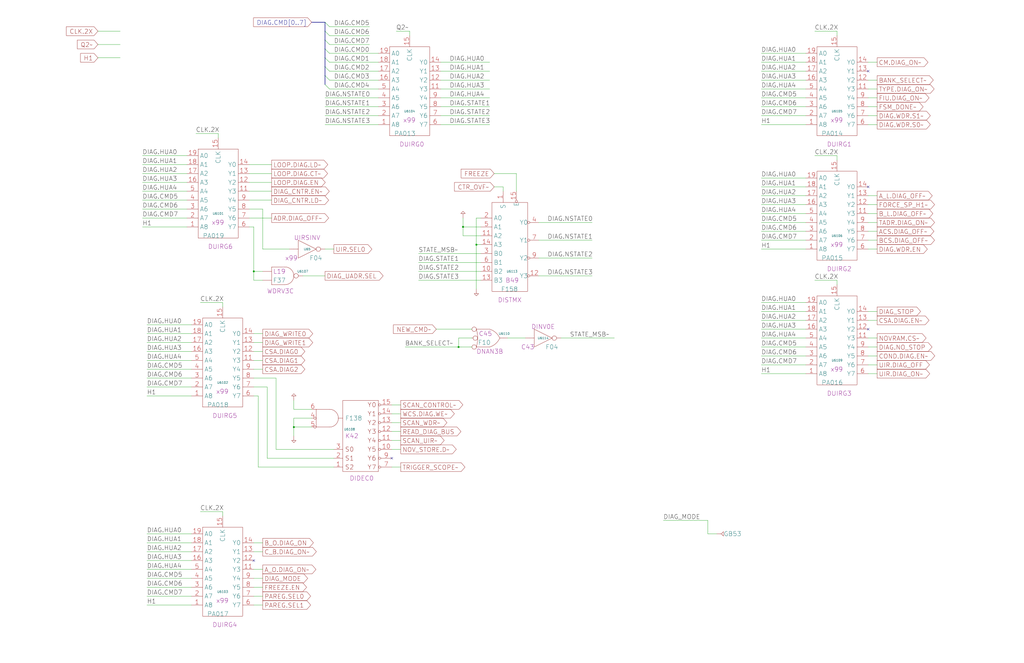
<source format=kicad_sch>
(kicad_sch (version 20230121) (generator eeschema)
  (paper "User" 584.2 378.46)
  (title_block (title "DIAGNOSTIC PROCESSOR\\nFINITE STATE MACHINE") (date "15-MAR-90") (rev "1.0") (comment 1 "TYPE") (comment 2 "232-003062") (comment 3 "S400") (comment 4 "RELEASED"))
  (lib_symbols
    (symbol "r1000:F04" (pin_numbers hide) (pin_names hide)
      (property "Reference" "U" (at 0 0 0))
      (property "Value" "F04" (at 1.27 -5.08 0))
      (property "Location" "___" (at -12.7 -5.08 0))
      (property "Name" "______" (at 0 5.08 0))
      (symbol "F04_0_1"
        (polyline (pts (xy -7.62 0) (xy -5.08 0)) (stroke (width 0.1524)))
        (polyline (pts (xy -5.08 5.08) (xy -5.08 -5.08)) (stroke (width 0.1524)))
        (polyline (pts (xy 5.08 0) (xy -5.08 -5.08)) (stroke (width 0.1524)))
        (polyline (pts (xy 5.08 0) (xy -5.08 5.08)) (stroke (width 0.1524)))
        (circle (center 6.35 0) (radius 1.27) (stroke (width 0.1524)))
      )
      (symbol "F04_1_1"
        (pin input line (at -10.16 0 0) (length 2.54) (name "D0") (number "1"))
        (pin output line (at 10.16 0 180) (length 2.54) (name "Q") (number "2"))
      )
    )
    (symbol "r1000:F10" (pin_numbers hide) (pin_names hide)
      (property "Reference" "U" (at 13.335 0 0))
      (property "Value" "F10" (at 5.715 -5.08 0))
      (property "Location" "___" (at -1.27 0 0))
      (property "Name" "______" (at -2.54 -10.16 0))
      (symbol "F10_0_1"
        (polyline (pts (xy -2.54 -7.62) (xy 5.08 -7.62)) (stroke (width 0.1524)))
        (polyline (pts (xy -2.54 2.54) (xy 5.08 2.54)) (stroke (width 0.1524)))
        (polyline (pts (xy -2.54 3.81) (xy -2.54 -8.89)) (stroke (width 0.1524)))
        (arc (start 5.08 -7.62) (mid 10.1282 -2.54) (end 5.08 2.54) (stroke (width 0.1524)))
        (circle (center 11.43 -2.54) (radius 1.27) (stroke (width 0.1524)))
      )
      (symbol "F10_0_2"
        (circle (center -3.81 -7.62) (radius 1.27) (stroke (width 0.1524)))
        (circle (center -3.81 2.54) (radius 1.27) (stroke (width 0.1524)))
        (circle (center -3.175 -2.54) (radius 1.27) (stroke (width 0.1524)))
        (arc (start -2.54 -7.62) (mid -1.8195 -2.54) (end -2.54 2.54) (stroke (width 0.1524)))
        (polyline (pts (xy -4.445 -2.54) (xy -5.08 -2.54)) (stroke (width 0.1524)))
        (polyline (pts (xy -2.54 -7.62) (xy 5.08 -7.62)) (stroke (width 0.1524)))
        (polyline (pts (xy -2.54 2.54) (xy 5.08 2.54)) (stroke (width 0.1524)))
        (polyline (pts (xy 10.795 -2.54) (xy 12.7 -2.54)) (stroke (width 0.1524)))
        (arc (start 5.08 -7.62) (mid 8.4845 -5.6954) (end 10.795 -2.54) (stroke (width 0.1524)))
        (arc (start 10.795 -2.54) (mid 8.4807 0.6111) (end 5.08 2.54) (stroke (width 0.1524)))
      )
      (symbol "F10_1_1"
        (pin input line (at -5.08 2.54 0) (length 2.54) (name "D0") (number "1"))
        (pin input line (at -5.08 -2.54 0) (length 2.54) (name "D1") (number "2"))
        (pin input line (at -5.08 -7.62 0) (length 2.54) (name "D2") (number "3"))
        (pin output line (at 15.24 -2.54 180) (length 2.54) (name "Q") (number "4"))
      )
      (symbol "F10_1_2"
        (pin input line (at -5.08 2.54 0) (length 0) (name "D0") (number "1"))
        (pin input line (at -5.08 -2.54 0) (length 0) (name "D1") (number "2"))
        (pin input line (at -5.08 -7.62 0) (length 0) (name "D2") (number "3"))
        (pin output line (at 15.24 -2.54 180) (length 2.54) (name "Q") (number "4"))
      )
    )
    (symbol "r1000:F138" (pin_names (offset 1.016) hide)
      (property "Reference" "U" (at 1.27 3.81 0))
      (property "Value" "F138" (at -1.27 10.16 0))
      (property "Location" "___" (at -1.27 0 0))
      (property "Name" "______" (at 8.255 -24.13 0))
      (symbol "F138_0_0"
        (arc (start -10.16 5.08) (mid -6.5679 6.5679) (end -5.08 10.16) (stroke (width 0.1524)))
        (arc (start -5.08 10.16) (mid -6.5679 13.7521) (end -10.16 15.24) (stroke (width 0.1524)))
        (polyline (pts (xy -17.78 5.08) (xy -10.16 5.08)) (stroke (width 0.1524)))
        (polyline (pts (xy -17.78 15.24) (xy -10.16 15.24)) (stroke (width 0.1524)))
      )
      (symbol "F138_0_1"
        (circle (center -18.415 5.08) (radius 0.635) (stroke (width 0.1524)))
        (circle (center -18.415 10.16) (radius 0.635) (stroke (width 0.1524)))
        (rectangle (start -2.54 20.32) (end 17.78 -20.32) (stroke (width 0.1524)))
        (polyline (pts (xy -19.05 15.24) (xy -17.78 15.24)) (stroke (width 0.1524)))
        (polyline (pts (xy -17.78 15.24) (xy -17.78 5.08)) (stroke (width 0.1524)))
        (polyline (pts (xy -2.54 10.16) (xy -5.08 10.16)) (stroke (width 0.1524)))
      )
      (symbol "F138_1_1"
        (circle (center 18.415 -17.78) (radius 0.635))
        (circle (center 18.415 -12.7) (radius 0.635))
        (circle (center 18.415 -7.62) (radius 0.635))
        (circle (center 18.415 -2.54) (radius 0.635))
        (circle (center 18.415 2.54) (radius 0.635))
        (circle (center 18.415 7.62) (radius 0.635))
        (circle (center 18.415 12.7) (radius 0.635))
        (circle (center 18.415 17.78) (radius 0.635))
        (text "0" (at 2.54 -7.62 0) (effects (font (size 2.54 2.54))))
        (text "0" (at 15.24 17.78 0) (effects (font (size 2.54 2.54))))
        (text "1" (at 2.54 -12.7 0) (effects (font (size 2.54 2.54))))
        (text "1" (at 15.24 12.7 0) (effects (font (size 2.54 2.54))))
        (text "2" (at 2.54 -17.78 0) (effects (font (size 2.54 2.54))))
        (text "2" (at 15.24 7.62 0) (effects (font (size 2.54 2.54))))
        (text "3" (at 15.24 2.54 0) (effects (font (size 2.54 2.54))))
        (text "4" (at 15.24 -2.54 0) (effects (font (size 2.54 2.54))))
        (text "5" (at 15.24 -7.62 0) (effects (font (size 2.54 2.54))))
        (text "6" (at 15.24 -12.7 0) (effects (font (size 2.54 2.54))))
        (text "7" (at 15.24 -17.78 0) (effects (font (size 2.54 2.54))))
        (text "S" (at 0 -17.78 0) (effects (font (size 2.54 2.54))))
        (text "S" (at 0 -12.7 0) (effects (font (size 2.54 2.54))))
        (text "S" (at 0 -7.62 0) (effects (font (size 2.54 2.54))))
        (text "Y" (at 12.7 -17.78 0) (effects (font (size 2.54 2.54))))
        (text "Y" (at 12.7 -12.7 0) (effects (font (size 2.54 2.54))))
        (text "Y" (at 12.7 -7.62 0) (effects (font (size 2.54 2.54))))
        (text "Y" (at 12.7 -2.54 0) (effects (font (size 2.54 2.54))))
        (text "Y" (at 12.7 2.54 0) (effects (font (size 2.54 2.54))))
        (text "Y" (at 12.7 7.62 0) (effects (font (size 2.54 2.54))))
        (text "Y" (at 12.7 12.7 0) (effects (font (size 2.54 2.54))))
        (text "Y" (at 12.7 17.78 0) (effects (font (size 2.54 2.54))))
        (pin input line (at -7.62 -17.78 0) (length 5.08) (name "S2") (number "1"))
        (pin output line (at 25.4 -7.62 180) (length 6.35) (name "Y5_") (number "10"))
        (pin output line (at 25.4 -2.54 180) (length 6.35) (name "Y4_") (number "11"))
        (pin output line (at 25.4 2.54 180) (length 6.35) (name "Y3_") (number "12"))
        (pin output line (at 25.4 7.62 180) (length 6.35) (name "Y2_") (number "13"))
        (pin output line (at 25.4 12.7 180) (length 6.35) (name "Y1_") (number "14"))
        (pin output line (at 25.4 17.78 180) (length 6.35) (name "Y0_") (number "15"))
        (pin input line (at -7.62 -12.7 0) (length 5.08) (name "S1") (number "2"))
        (pin input line (at -7.62 -7.62 0) (length 5.08) (name "S0") (number "3"))
        (pin input line (at -20.32 10.16 0) (length 1.27) (name "D1") (number "4"))
        (pin input line (at -20.32 5.08 0) (length 1.27) (name "D2") (number "5"))
        (pin input line (at -20.32 15.24 0) (length 1.27) (name "D0") (number "6"))
        (pin output line (at 25.4 -17.78 180) (length 6.35) (name "Y7_") (number "7"))
        (pin output line (at 25.4 -12.7 180) (length 6.35) (name "Y6_") (number "9"))
      )
    )
    (symbol "r1000:F158" (pin_names (offset 1.016))
      (property "Reference" "U" (at 2.54 5.08 0))
      (property "Value" "F158" (at -3.81 -5.08 0))
      (property "Location" "___" (at -1.27 0 0))
      (property "Name" "______" (at 1.27 -12.7 0))
      (symbol "F158_1_1"
        (rectangle (start -8.89 44.45) (end 11.43 -6.35))
        (circle (center 5.08 45.085) (radius 0.635))
        (circle (center 12.065 2.54) (radius 0.635))
        (circle (center 12.065 12.7) (radius 0.635))
        (circle (center 12.065 22.86) (radius 0.635))
        (circle (center 12.065 33.02) (radius 0.635))
        (pin input line (at -2.54 50.8 270) (length 6.35) (name "S") (number "1"))
        (pin input line (at -15.24 5.08 0) (length 6.35) (name "B2") (number "10"))
        (pin input line (at -15.24 25.4 0) (length 6.35) (name "A2") (number "11"))
        (pin output line (at 17.78 2.54 180) (length 5.08) (name "Y3") (number "12"))
        (pin input line (at -15.24 0 0) (length 6.35) (name "B3") (number "13"))
        (pin input line (at -15.24 20.32 0) (length 6.35) (name "A3") (number "14"))
        (pin input line (at 5.08 50.8 270) (length 5.08) (name "E") (number "15"))
        (pin input line (at -15.24 35.56 0) (length 6.35) (name "A0") (number "2"))
        (pin input line (at -15.24 15.24 0) (length 6.35) (name "B0") (number "3"))
        (pin output line (at 17.78 33.02 180) (length 5.08) (name "Y0") (number "4"))
        (pin input line (at -15.24 30.48 0) (length 6.35) (name "A1") (number "5"))
        (pin input line (at -15.24 10.16 0) (length 6.35) (name "B1") (number "6"))
        (pin output line (at 17.78 22.86 180) (length 5.08) (name "Y1") (number "7"))
        (pin output line (at 17.78 12.7 180) (length 5.08) (name "Y2") (number "9"))
      )
    )
    (symbol "r1000:F37" (pin_numbers hide) (pin_names (offset 0) hide)
      (property "Reference" "U" (at 15.24 0 0))
      (property "Value" "F37" (at 1.905 -5.08 0))
      (property "Location" "___" (at 1.905 0 0))
      (property "Name" "______" (at 2.54 -12.7 0))
      (symbol "F37_0_1"
        (polyline (pts (xy -2.54 -7.62) (xy 5.08 -7.62)) (stroke (width 0.1524)))
        (polyline (pts (xy -2.54 2.54) (xy -2.54 -7.62)) (stroke (width 0.1524)))
        (polyline (pts (xy -2.54 2.54) (xy 5.08 2.54)) (stroke (width 0.1524)))
        (arc (start 5.08 -7.62) (mid 10.1282 -2.54) (end 5.08 2.54) (stroke (width 0.1524)))
        (circle (center 11.43 -2.54) (radius 1.27) (stroke (width 0.1524)))
      )
      (symbol "F37_0_2"
        (circle (center -3.81 -5.08) (radius 1.27) (stroke (width 0.1524)))
        (circle (center -3.81 0) (radius 1.27) (stroke (width 0.1524)))
        (arc (start -3.175 -7.62) (mid -2.134 -2.54) (end -3.175 2.54) (stroke (width 0.1524)))
        (polyline (pts (xy -3.175 -7.62) (xy 3.81 -7.62)) (stroke (width 0.1524)))
        (polyline (pts (xy -3.175 2.54) (xy 3.81 2.54)) (stroke (width 0.1524)))
        (arc (start 3.81 -7.62) (mid 7.5855 -5.8306) (end 10.16 -2.54) (stroke (width 0.1524)))
        (arc (start 10.16 -2.54) (mid 7.5827 0.7471) (end 3.81 2.54) (stroke (width 0.1524)))
      )
      (symbol "F37_1_1"
        (pin input line (at -7.62 0 0) (length 5.08) (name "D0") (number "1"))
        (pin input line (at -7.62 -5.08 0) (length 5.08) (name "D1") (number "2"))
        (pin output line (at 15.24 -2.54 180) (length 2.54) (name "Q") (number "3"))
      )
      (symbol "F37_1_2"
        (pin input line (at -7.62 0 0) (length 2.54) (name "D0") (number "1"))
        (pin input line (at -7.62 -5.08 0) (length 2.54) (name "D1") (number "2"))
        (pin output line (at 15.24 -2.54 180) (length 5.08) (name "Q") (number "3"))
      )
    )
    (symbol "r1000:GB" (pin_numbers hide) (pin_names (offset 0) hide)
      (property "Reference" "GB" (at 3.81 0 0))
      (symbol "GB_0_1"
        (polyline (pts (xy 2.54 0) (xy 3.81 1.27) (xy 3.81 -1.27) (xy 2.54 0)) (stroke (width 0.1524)))
      )
      (symbol "GB_1_1"
        (pin bidirectional line (at 0 0 0) (length 2.54) (name "") (number "1"))
      )
    )
    (symbol "r1000:PD" (power) (pin_numbers hide) (pin_names hide) (in_bom no)
      (symbol "PD_0_1"
        (polyline (pts (xy 0 -2.54) (xy 1.27 -2.54) (xy 0 -3.81) (xy -1.27 -2.54) (xy 0 -2.54)) (stroke (width 0.1524)))
      )
      (symbol "PD_1_1"
        (pin power_in line (at 0 0 270) (length 2.54) (name "PD") (number "1"))
      )
    )
    (symbol "r1000:PU" (power) (pin_numbers hide) (pin_names hide)
      (symbol "PU_0_1"
        (polyline (pts (xy 0 2.54) (xy -1.27 2.54) (xy 0 3.81) (xy 1.27 2.54) (xy 0 2.54)) (stroke (width 0.1524)))
      )
      (symbol "PU_1_1"
        (pin power_in line (at 0 0 90) (length 2.54) (name "PU") (number "1"))
      )
    )
    (symbol "r1000:XPAXXXL" (pin_names (offset 1.016))
      (property "Reference" "U" (at 2.54 5.08 0))
      (property "Value" "XPAXXXL" (at -6.35 -7.62 0))
      (property "Location" "___" (at -1.27 0 0))
      (property "Name" "______" (at 3.81 -15.24 0))
      (symbol "XPAXXXL_1_1"
        (rectangle (start -8.89 41.91) (end 13.97 -8.89))
        (pin input line (at -15.24 -2.54 0) (length 6.35) (name "A8") (number "1"))
        (pin output line (at 20.32 17.78 180) (length 6.35) (name "Y3") (number "11"))
        (pin output line (at 20.32 22.86 180) (length 6.35) (name "Y2") (number "12"))
        (pin output line (at 20.32 27.94 180) (length 6.35) (name "Y1") (number "13"))
        (pin output line (at 20.32 33.02 180) (length 6.35) (name "Y0") (number "14"))
        (pin input line (at 2.54 48.26 270) (length 6.35) (name "CLK") (number "15"))
        (pin input line (at -15.24 22.86 0) (length 6.35) (name "A3") (number "16"))
        (pin input line (at -15.24 27.94 0) (length 6.35) (name "A2") (number "17"))
        (pin input line (at -15.24 33.02 0) (length 6.35) (name "A1") (number "18"))
        (pin input line (at -15.24 38.1 0) (length 6.35) (name "A0") (number "19"))
        (pin input line (at -15.24 2.54 0) (length 6.35) (name "A7") (number "2"))
        (pin input line (at -15.24 7.62 0) (length 6.35) (name "A6") (number "3"))
        (pin input line (at -15.24 12.7 0) (length 6.35) (name "A5") (number "4"))
        (pin input line (at -15.24 17.78 0) (length 6.35) (name "A4") (number "5"))
        (pin output line (at 20.32 -2.54 180) (length 6.35) (name "Y7") (number "6"))
        (pin output line (at 20.32 2.54 180) (length 6.35) (name "Y6") (number "7"))
        (pin output line (at 20.32 7.62 180) (length 6.35) (name "Y5") (number "8"))
        (pin output line (at 20.32 12.7 180) (length 6.35) (name "Y4") (number "9"))
      )
    )
  )
  (junction (at 264.16 129.54))
  (junction (at 144.78 154.94))
  (junction (at 261.62 198.12))
  (junction (at 271.78 139.7))
  (junction (at 167.64 243.84))
  (no_connect (at 495.3 187.96))
  (no_connect (at 223.52 261.62))
  (no_connect (at 144.78 320.04))
  (no_connect (at 495.3 106.68))
  (no_connect (at 495.3 40.64))
  (bus_entry (at 185.42 43.18) (size 2.54 2.54))
  (bus_entry (at 185.42 17.78) (size 2.54 2.54))
  (bus_entry (at 185.42 12.7) (size 2.54 2.54))
  (bus_entry (at 185.42 48.26) (size 2.54 2.54))
  (bus_entry (at 185.42 27.94) (size 2.54 2.54))
  (bus_entry (at 185.42 22.86) (size 2.54 2.54))
  (bus_entry (at 185.42 33.02) (size 2.54 2.54))
  (bus_entry (at 185.42 38.1) (size 2.54 2.54))
  (wire (pts (xy 114.3 292.1) (xy 127 292.1)))
  (wire (pts (xy 403.86 304.8) (xy 403.86 297.18)))
  (wire (pts (xy 238.76 160.02) (xy 274.32 160.02)))
  (wire (pts (xy 434.34 137.16) (xy 459.74 137.16)))
  (wire (pts (xy 177.8 238.76) (xy 167.64 238.76)))
  (bus (pts (xy 177.8 12.7) (xy 185.42 12.7)))
  (wire (pts (xy 434.34 60.96) (xy 459.74 60.96)))
  (wire (pts (xy 261.62 193.04) (xy 261.62 198.12)))
  (wire (pts (xy 83.82 220.98) (xy 109.22 220.98)))
  (wire (pts (xy 274.32 129.54) (xy 264.16 129.54)))
  (wire (pts (xy 152.4 220.98) (xy 152.4 261.62)))
  (wire (pts (xy 434.34 193.04) (xy 459.74 193.04)))
  (wire (pts (xy 187.96 50.8) (xy 215.9 50.8)))
  (wire (pts (xy 434.34 116.84) (xy 459.74 116.84)))
  (wire (pts (xy 144.78 335.28) (xy 149.86 335.28)))
  (wire (pts (xy 307.34 147.32) (xy 337.82 147.32)))
  (wire (pts (xy 434.34 182.88) (xy 459.74 182.88)))
  (wire (pts (xy 142.24 104.14) (xy 154.94 104.14)))
  (wire (pts (xy 185.42 71.12) (xy 215.9 71.12)))
  (wire (pts (xy 223.52 241.3) (xy 228.6 241.3)))
  (wire (pts (xy 495.3 50.8) (xy 500.38 50.8)))
  (wire (pts (xy 408.94 304.8) (xy 403.86 304.8)))
  (wire (pts (xy 434.34 142.24) (xy 459.74 142.24)))
  (wire (pts (xy 127 172.72) (xy 127 175.26)))
  (wire (pts (xy 167.64 238.76) (xy 167.64 243.84)))
  (wire (pts (xy 495.3 177.8) (xy 500.38 177.8)))
  (wire (pts (xy 142.24 99.06) (xy 154.94 99.06)))
  (wire (pts (xy 477.52 160.02) (xy 477.52 162.56)))
  (wire (pts (xy 187.96 20.32) (xy 210.82 20.32)))
  (wire (pts (xy 81.28 114.3) (xy 106.68 114.3)))
  (wire (pts (xy 144.78 200.66) (xy 149.86 200.66)))
  (wire (pts (xy 434.34 203.2) (xy 459.74 203.2)))
  (wire (pts (xy 223.52 246.38) (xy 228.6 246.38)))
  (wire (pts (xy 144.78 325.12) (xy 149.86 325.12)))
  (wire (pts (xy 81.28 93.98) (xy 106.68 93.98)))
  (wire (pts (xy 495.3 132.08) (xy 500.38 132.08)))
  (wire (pts (xy 83.82 345.44) (xy 109.22 345.44)))
  (wire (pts (xy 294.64 109.22) (xy 294.64 99.06)))
  (wire (pts (xy 144.78 226.06) (xy 147.32 226.06)))
  (wire (pts (xy 294.64 99.06) (xy 281.94 99.06)))
  (wire (pts (xy 495.3 142.24) (xy 500.38 142.24)))
  (wire (pts (xy 83.82 195.58) (xy 109.22 195.58)))
  (wire (pts (xy 55.88 25.4) (xy 68.58 25.4)))
  (wire (pts (xy 149.86 160.02) (xy 144.78 160.02)))
  (wire (pts (xy 495.3 45.72) (xy 500.38 45.72)))
  (wire (pts (xy 185.42 66.04) (xy 215.9 66.04)))
  (wire (pts (xy 144.78 195.58) (xy 149.86 195.58)))
  (wire (pts (xy 495.3 60.96) (xy 500.38 60.96)))
  (wire (pts (xy 434.34 172.72) (xy 459.74 172.72)))
  (wire (pts (xy 81.28 99.06) (xy 106.68 99.06)))
  (wire (pts (xy 144.78 160.02) (xy 144.78 154.94)))
  (wire (pts (xy 495.3 55.88) (xy 500.38 55.88)))
  (wire (pts (xy 167.64 233.68) (xy 167.64 228.6)))
  (wire (pts (xy 81.28 124.46) (xy 106.68 124.46)))
  (wire (pts (xy 287.02 109.22) (xy 287.02 106.68)))
  (wire (pts (xy 464.82 160.02) (xy 477.52 160.02)))
  (wire (pts (xy 238.76 154.94) (xy 274.32 154.94)))
  (wire (pts (xy 495.3 198.12) (xy 500.38 198.12)))
  (wire (pts (xy 142.24 109.22) (xy 154.94 109.22)))
  (wire (pts (xy 83.82 335.28) (xy 109.22 335.28)))
  (wire (pts (xy 83.82 314.96) (xy 109.22 314.96)))
  (wire (pts (xy 226.06 17.78) (xy 233.68 17.78)))
  (wire (pts (xy 144.78 314.96) (xy 149.86 314.96)))
  (wire (pts (xy 434.34 71.12) (xy 459.74 71.12)))
  (wire (pts (xy 152.4 261.62) (xy 190.5 261.62)))
  (wire (pts (xy 144.78 220.98) (xy 152.4 220.98)))
  (wire (pts (xy 477.52 17.78) (xy 477.52 20.32)))
  (wire (pts (xy 434.34 50.8) (xy 459.74 50.8)))
  (wire (pts (xy 83.82 190.5) (xy 109.22 190.5)))
  (wire (pts (xy 434.34 111.76) (xy 459.74 111.76)))
  (wire (pts (xy 144.78 154.94) (xy 144.78 129.54)))
  (wire (pts (xy 434.34 121.92) (xy 459.74 121.92)))
  (wire (pts (xy 144.78 154.94) (xy 149.86 154.94)))
  (wire (pts (xy 144.78 205.74) (xy 149.86 205.74)))
  (wire (pts (xy 142.24 124.46) (xy 154.94 124.46)))
  (wire (pts (xy 81.28 129.54) (xy 106.68 129.54)))
  (wire (pts (xy 149.86 142.24) (xy 149.86 119.38)))
  (wire (pts (xy 307.34 157.48) (xy 337.82 157.48)))
  (wire (pts (xy 248.92 187.96) (xy 269.24 187.96)))
  (wire (pts (xy 251.46 55.88) (xy 279.4 55.88)))
  (wire (pts (xy 83.82 325.12) (xy 109.22 325.12)))
  (wire (pts (xy 261.62 198.12) (xy 269.24 198.12)))
  (wire (pts (xy 495.3 116.84) (xy 500.38 116.84)))
  (wire (pts (xy 144.78 129.54) (xy 142.24 129.54)))
  (wire (pts (xy 187.96 30.48) (xy 215.9 30.48)))
  (wire (pts (xy 477.52 88.9) (xy 477.52 91.44)))
  (wire (pts (xy 251.46 40.64) (xy 279.4 40.64)))
  (wire (pts (xy 434.34 198.12) (xy 459.74 198.12)))
  (wire (pts (xy 83.82 304.8) (xy 109.22 304.8)))
  (wire (pts (xy 81.28 119.38) (xy 106.68 119.38)))
  (wire (pts (xy 83.82 205.74) (xy 109.22 205.74)))
  (wire (pts (xy 187.96 35.56) (xy 215.9 35.56)))
  (wire (pts (xy 271.78 124.46) (xy 271.78 139.7)))
  (wire (pts (xy 274.32 124.46) (xy 271.78 124.46)))
  (wire (pts (xy 271.78 139.7) (xy 274.32 139.7)))
  (wire (pts (xy 495.3 208.28) (xy 500.38 208.28)))
  (wire (pts (xy 464.82 17.78) (xy 477.52 17.78)))
  (wire (pts (xy 142.24 119.38) (xy 149.86 119.38)))
  (wire (pts (xy 144.78 190.5) (xy 149.86 190.5)))
  (wire (pts (xy 157.48 256.54) (xy 190.5 256.54)))
  (wire (pts (xy 81.28 109.22) (xy 106.68 109.22)))
  (wire (pts (xy 238.76 149.86) (xy 274.32 149.86)))
  (wire (pts (xy 144.78 330.2) (xy 149.86 330.2)))
  (wire (pts (xy 434.34 213.36) (xy 459.74 213.36)))
  (bus (pts (xy 185.42 12.7) (xy 185.42 17.78)))
  (wire (pts (xy 271.78 139.7) (xy 271.78 165.1)))
  (wire (pts (xy 434.34 40.64) (xy 459.74 40.64)))
  (wire (pts (xy 495.3 182.88) (xy 500.38 182.88)))
  (wire (pts (xy 495.3 137.16) (xy 500.38 137.16)))
  (wire (pts (xy 187.96 40.64) (xy 215.9 40.64)))
  (wire (pts (xy 495.3 127) (xy 500.38 127)))
  (wire (pts (xy 434.34 106.68) (xy 459.74 106.68)))
  (wire (pts (xy 231.14 198.12) (xy 261.62 198.12)))
  (wire (pts (xy 274.32 134.62) (xy 264.16 134.62)))
  (wire (pts (xy 264.16 129.54) (xy 264.16 124.46)))
  (wire (pts (xy 167.64 243.84) (xy 177.8 243.84)))
  (wire (pts (xy 144.78 340.36) (xy 149.86 340.36)))
  (wire (pts (xy 55.88 33.02) (xy 68.58 33.02)))
  (wire (pts (xy 434.34 127) (xy 459.74 127)))
  (wire (pts (xy 495.3 71.12) (xy 500.38 71.12)))
  (wire (pts (xy 83.82 340.36) (xy 109.22 340.36)))
  (wire (pts (xy 111.76 76.2) (xy 124.46 76.2)))
  (wire (pts (xy 434.34 187.96) (xy 459.74 187.96)))
  (wire (pts (xy 434.34 55.88) (xy 459.74 55.88)))
  (wire (pts (xy 251.46 60.96) (xy 279.4 60.96)))
  (wire (pts (xy 83.82 226.06) (xy 109.22 226.06)))
  (wire (pts (xy 223.52 251.46) (xy 228.6 251.46)))
  (wire (pts (xy 434.34 132.08) (xy 459.74 132.08)))
  (wire (pts (xy 434.34 101.6) (xy 459.74 101.6)))
  (wire (pts (xy 495.3 111.76) (xy 500.38 111.76)))
  (wire (pts (xy 223.52 256.54) (xy 228.6 256.54)))
  (wire (pts (xy 144.78 210.82) (xy 149.86 210.82)))
  (wire (pts (xy 434.34 35.56) (xy 459.74 35.56)))
  (wire (pts (xy 495.3 193.04) (xy 500.38 193.04)))
  (wire (pts (xy 55.88 17.78) (xy 68.58 17.78)))
  (wire (pts (xy 289.56 193.04) (xy 299.72 193.04)))
  (bus (pts (xy 185.42 22.86) (xy 185.42 27.94)))
  (wire (pts (xy 464.82 88.9) (xy 477.52 88.9)))
  (wire (pts (xy 83.82 215.9) (xy 109.22 215.9)))
  (wire (pts (xy 83.82 210.82) (xy 109.22 210.82)))
  (wire (pts (xy 114.3 172.72) (xy 127 172.72)))
  (wire (pts (xy 81.28 88.9) (xy 106.68 88.9)))
  (wire (pts (xy 83.82 309.88) (xy 109.22 309.88)))
  (wire (pts (xy 434.34 45.72) (xy 459.74 45.72)))
  (wire (pts (xy 434.34 30.48) (xy 459.74 30.48)))
  (wire (pts (xy 127 292.1) (xy 127 294.64)))
  (bus (pts (xy 185.42 33.02) (xy 185.42 38.1)))
  (wire (pts (xy 251.46 71.12) (xy 279.4 71.12)))
  (wire (pts (xy 83.82 320.04) (xy 109.22 320.04)))
  (wire (pts (xy 223.52 266.7) (xy 228.6 266.7)))
  (wire (pts (xy 233.68 20.32) (xy 233.68 17.78)))
  (wire (pts (xy 142.24 93.98) (xy 154.94 93.98)))
  (wire (pts (xy 320.04 193.04) (xy 350.52 193.04)))
  (wire (pts (xy 185.42 55.88) (xy 215.9 55.88)))
  (wire (pts (xy 495.3 203.2) (xy 500.38 203.2)))
  (wire (pts (xy 124.46 76.2) (xy 124.46 78.74)))
  (wire (pts (xy 434.34 177.8) (xy 459.74 177.8)))
  (wire (pts (xy 187.96 25.4) (xy 210.82 25.4)))
  (wire (pts (xy 142.24 114.3) (xy 154.94 114.3)))
  (wire (pts (xy 238.76 144.78) (xy 274.32 144.78)))
  (wire (pts (xy 187.96 15.24) (xy 210.82 15.24)))
  (wire (pts (xy 167.64 243.84) (xy 167.64 248.92)))
  (wire (pts (xy 177.8 233.68) (xy 167.64 233.68)))
  (wire (pts (xy 287.02 106.68) (xy 281.94 106.68)))
  (wire (pts (xy 144.78 345.44) (xy 149.86 345.44)))
  (wire (pts (xy 495.3 121.92) (xy 500.38 121.92)))
  (wire (pts (xy 185.42 142.24) (xy 190.5 142.24)))
  (wire (pts (xy 251.46 50.8) (xy 279.4 50.8)))
  (bus (pts (xy 185.42 27.94) (xy 185.42 33.02)))
  (wire (pts (xy 307.34 127) (xy 337.82 127)))
  (bus (pts (xy 185.42 38.1) (xy 185.42 43.18)))
  (wire (pts (xy 251.46 66.04) (xy 279.4 66.04)))
  (wire (pts (xy 434.34 66.04) (xy 459.74 66.04)))
  (bus (pts (xy 185.42 17.78) (xy 185.42 22.86)))
  (wire (pts (xy 185.42 60.96) (xy 215.9 60.96)))
  (wire (pts (xy 434.34 208.28) (xy 459.74 208.28)))
  (wire (pts (xy 495.3 213.36) (xy 500.38 213.36)))
  (wire (pts (xy 157.48 215.9) (xy 157.48 256.54)))
  (wire (pts (xy 147.32 266.7) (xy 190.5 266.7)))
  (wire (pts (xy 144.78 309.88) (xy 149.86 309.88)))
  (wire (pts (xy 251.46 35.56) (xy 279.4 35.56)))
  (wire (pts (xy 378.46 297.18) (xy 403.86 297.18)))
  (wire (pts (xy 147.32 226.06) (xy 147.32 266.7)))
  (wire (pts (xy 307.34 137.16) (xy 337.82 137.16)))
  (wire (pts (xy 83.82 200.66) (xy 109.22 200.66)))
  (wire (pts (xy 223.52 236.22) (xy 228.6 236.22)))
  (wire (pts (xy 495.3 66.04) (xy 500.38 66.04)))
  (wire (pts (xy 223.52 231.14) (xy 228.6 231.14)))
  (wire (pts (xy 187.96 45.72) (xy 215.9 45.72)))
  (wire (pts (xy 251.46 45.72) (xy 279.4 45.72)))
  (bus (pts (xy 185.42 43.18) (xy 185.42 48.26)))
  (wire (pts (xy 83.82 330.2) (xy 109.22 330.2)))
  (wire (pts (xy 165.1 142.24) (xy 149.86 142.24)))
  (wire (pts (xy 264.16 134.62) (xy 264.16 129.54)))
  (wire (pts (xy 269.24 193.04) (xy 261.62 193.04)))
  (wire (pts (xy 144.78 215.9) (xy 157.48 215.9)))
  (wire (pts (xy 495.3 35.56) (xy 500.38 35.56)))
  (wire (pts (xy 172.72 157.48) (xy 185.42 157.48)))
  (wire (pts (xy 81.28 104.14) (xy 106.68 104.14)))
  (wire (pts (xy 83.82 185.42) (xy 109.22 185.42)))
  (label "DIAG.HUA0" (at 83.82 185.42 0) (effects (font (size 2.54 2.54))))
  (label "DIAG.CMD6" (at 434.34 132.08 0) (effects (font (size 2.54 2.54))))
  (label "DIAG.HUA2" (at 434.34 111.76 0) (effects (font (size 2.54 2.54))))
  (label "DIAG.HUA0" (at 434.34 172.72 0) (effects (font (size 2.54 2.54))))
  (label "DIAG.CMD5" (at 83.82 330.2 0) (effects (font (size 2.54 2.54))))
  (label "DIAG.CMD2" (at 190.5 40.64 0) (effects (font (size 2.54 2.54))))
  (label "DIAG.NSTATE3" (at 185.42 71.12 0) (effects (font (size 2.54 2.54))))
  (label "DIAG.CMD6" (at 190.5 20.32 0) (effects (font (size 2.54 2.54))))
  (label "DIAG.HUA0" (at 434.34 101.6 0) (effects (font (size 2.54 2.54))))
  (label "STATE_MSB~" (at 238.76 144.78 0) (effects (font (size 2.54 2.54))))
  (label "DIAG.NSTATE0" (at 312.42 127 0) (effects (font (size 2.54 2.54))))
  (label "DIAG.CMD7" (at 434.34 137.16 0) (effects (font (size 2.54 2.54))))
  (label "CLK.2X" (at 464.82 88.9 0) (effects (font (size 2.54 2.54))))
  (label "DIAG.HUA1" (at 256.54 40.64 0) (effects (font (size 2.54 2.54))))
  (label "CLK.2X" (at 464.82 160.02 0) (effects (font (size 2.54 2.54))))
  (label "DIAG.CMD6" (at 81.28 119.38 0) (effects (font (size 2.54 2.54))))
  (label "DIAG.STATE1" (at 256.54 60.96 0) (effects (font (size 2.54 2.54))))
  (label "DIAG.HUA2" (at 83.82 195.58 0) (effects (font (size 2.54 2.54))))
  (label "DIAG.STATE2" (at 238.76 154.94 0) (effects (font (size 2.54 2.54))))
  (label "DIAG.CMD6" (at 83.82 215.9 0) (effects (font (size 2.54 2.54))))
  (label "DIAG.HUA1" (at 434.34 177.8 0) (effects (font (size 2.54 2.54))))
  (label "DIAG.HUA1" (at 83.82 309.88 0) (effects (font (size 2.54 2.54))))
  (label "H1" (at 83.82 345.44 0) (effects (font (size 2.54 2.54))))
  (label "DIAG.CMD7" (at 83.82 220.98 0) (effects (font (size 2.54 2.54))))
  (label "DIAG.NSTATE2" (at 312.42 147.32 0) (effects (font (size 2.54 2.54))))
  (label "DIAG.CMD5" (at 434.34 127 0) (effects (font (size 2.54 2.54))))
  (label "DIAG.NSTATE0" (at 185.42 55.88 0) (effects (font (size 2.54 2.54))))
  (label "DIAG.HUA0" (at 81.28 88.9 0) (effects (font (size 2.54 2.54))))
  (label "DIAG.HUA4" (at 434.34 50.8 0) (effects (font (size 2.54 2.54))))
  (label "DIAG.CMD5" (at 434.34 198.12 0) (effects (font (size 2.54 2.54))))
  (label "DIAG.HUA4" (at 83.82 205.74 0) (effects (font (size 2.54 2.54))))
  (label "CLK.2X" (at 114.3 292.1 0) (effects (font (size 2.54 2.54))))
  (label "DIAG.HUA1" (at 81.28 93.98 0) (effects (font (size 2.54 2.54))))
  (label "DIAG.HUA4" (at 434.34 121.92 0) (effects (font (size 2.54 2.54))))
  (label "DIAG_MODE" (at 378.46 297.18 0) (effects (font (size 2.54 2.54))))
  (label "DIAG.HUA3" (at 81.28 104.14 0) (effects (font (size 2.54 2.54))))
  (label "H1" (at 434.34 142.24 0) (effects (font (size 2.54 2.54))))
  (label "DIAG.CMD0" (at 190.5 30.48 0) (effects (font (size 2.54 2.54))))
  (label "DIAG.HUA1" (at 83.82 190.5 0) (effects (font (size 2.54 2.54))))
  (label "H1" (at 434.34 213.36 0) (effects (font (size 2.54 2.54))))
  (label "DIAG.HUA3" (at 83.82 320.04 0) (effects (font (size 2.54 2.54))))
  (label "DIAG.HUA3" (at 434.34 45.72 0) (effects (font (size 2.54 2.54))))
  (label "DIAG.HUA3" (at 83.82 200.66 0) (effects (font (size 2.54 2.54))))
  (label "BANK_SELECT~" (at 231.14 198.12 0) (effects (font (size 2.54 2.54))))
  (label "Q2~" (at 226.06 17.78 0) (effects (font (size 2.54 2.54))))
  (label "DIAG.CMD7" (at 434.34 66.04 0) (effects (font (size 2.54 2.54))))
  (label "DIAG.HUA4" (at 256.54 55.88 0) (effects (font (size 2.54 2.54))))
  (label "DIAG.HUA1" (at 434.34 35.56 0) (effects (font (size 2.54 2.54))))
  (label "CLK.2X" (at 114.3 172.72 0) (effects (font (size 2.54 2.54))))
  (label "CLK.2X" (at 111.76 76.2 0) (effects (font (size 2.54 2.54))))
  (label "DIAG.CMD6" (at 434.34 203.2 0) (effects (font (size 2.54 2.54))))
  (label "DIAG.CMD5" (at 81.28 114.3 0) (effects (font (size 2.54 2.54))))
  (label "DIAG.HUA3" (at 434.34 187.96 0) (effects (font (size 2.54 2.54))))
  (label "DIAG.STATE3" (at 238.76 160.02 0) (effects (font (size 2.54 2.54))))
  (label "DIAG.HUA1" (at 434.34 106.68 0) (effects (font (size 2.54 2.54))))
  (label "H1" (at 83.82 226.06 0) (effects (font (size 2.54 2.54))))
  (label "DIAG.CMD5" (at 190.5 15.24 0) (effects (font (size 2.54 2.54))))
  (label "STATE_MSB~" (at 325.12 193.04 0) (effects (font (size 2.54 2.54))))
  (label "DIAG.HUA0" (at 434.34 30.48 0) (effects (font (size 2.54 2.54))))
  (label "DIAG.CMD7" (at 190.5 25.4 0) (effects (font (size 2.54 2.54))))
  (label "DIAG.CMD7" (at 434.34 208.28 0) (effects (font (size 2.54 2.54))))
  (label "DIAG.STATE1" (at 238.76 149.86 0) (effects (font (size 2.54 2.54))))
  (label "DIAG.HUA3" (at 434.34 116.84 0) (effects (font (size 2.54 2.54))))
  (label "DIAG.CMD4" (at 190.5 50.8 0) (effects (font (size 2.54 2.54))))
  (label "DIAG.CMD5" (at 83.82 210.82 0) (effects (font (size 2.54 2.54))))
  (label "DIAG.HUA4" (at 434.34 193.04 0) (effects (font (size 2.54 2.54))))
  (label "DIAG.NSTATE1" (at 185.42 60.96 0) (effects (font (size 2.54 2.54))))
  (label "DIAG.NSTATE3" (at 312.42 157.48 0) (effects (font (size 2.54 2.54))))
  (label "DIAG.HUA0" (at 256.54 35.56 0) (effects (font (size 2.54 2.54))))
  (label "DIAG.CMD6" (at 434.34 60.96 0) (effects (font (size 2.54 2.54))))
  (label "DIAG.HUA2" (at 434.34 182.88 0) (effects (font (size 2.54 2.54))))
  (label "DIAG.CMD7" (at 83.82 340.36 0) (effects (font (size 2.54 2.54))))
  (label "DIAG.NSTATE1" (at 312.42 137.16 0) (effects (font (size 2.54 2.54))))
  (label "DIAG.CMD7" (at 81.28 124.46 0) (effects (font (size 2.54 2.54))))
  (label "DIAG.CMD6" (at 83.82 335.28 0) (effects (font (size 2.54 2.54))))
  (label "H1" (at 81.28 129.54 0) (effects (font (size 2.54 2.54))))
  (label "DIAG.HUA2" (at 434.34 40.64 0) (effects (font (size 2.54 2.54))))
  (label "DIAG.HUA4" (at 81.28 109.22 0) (effects (font (size 2.54 2.54))))
  (label "DIAG.NSTATE2" (at 185.42 66.04 0) (effects (font (size 2.54 2.54))))
  (label "DIAG.HUA2" (at 83.82 314.96 0) (effects (font (size 2.54 2.54))))
  (label "DIAG.HUA2" (at 256.54 45.72 0) (effects (font (size 2.54 2.54))))
  (label "DIAG.HUA2" (at 81.28 99.06 0) (effects (font (size 2.54 2.54))))
  (label "DIAG.STATE2" (at 256.54 66.04 0) (effects (font (size 2.54 2.54))))
  (label "DIAG.CMD5" (at 434.34 55.88 0) (effects (font (size 2.54 2.54))))
  (label "H1" (at 434.34 71.12 0) (effects (font (size 2.54 2.54))))
  (label "DIAG.HUA3" (at 256.54 50.8 0) (effects (font (size 2.54 2.54))))
  (label "DIAG.CMD1" (at 190.5 35.56 0) (effects (font (size 2.54 2.54))))
  (label "DIAG.STATE3" (at 256.54 71.12 0) (effects (font (size 2.54 2.54))))
  (label "DIAG.CMD3" (at 190.5 45.72 0) (effects (font (size 2.54 2.54))))
  (label "CLK.2X" (at 464.82 17.78 0) (effects (font (size 2.54 2.54))))
  (label "DIAG.HUA4" (at 83.82 325.12 0) (effects (font (size 2.54 2.54))))
  (label "DIAG.HUA0" (at 83.82 304.8 0) (effects (font (size 2.54 2.54))))
  (global_label "DIAG_UADR.SEL" (shape output) (at 185.42 157.48 0) (effects (font (size 2.54 2.54))) (property "Intersheetrefs" "${INTERSHEET_REFS}" (at 218.3584 157.3213 0) (effects (font (size 1.905 1.905)) (justify left))))
  (global_label "DIAG_WRITE0" (shape output) (at 149.86 190.5 0) (effects (font (size 2.54 2.54))) (property "Intersheetrefs" "${INTERSHEET_REFS}" (at 178.2022 190.3413 0) (effects (font (size 1.905 1.905)) (justify left))))
  (global_label "READ_DIAG_BUS" (shape output) (at 228.6 246.38 0) (effects (font (size 2.54 2.54))) (property "Intersheetrefs" "${INTERSHEET_REFS}" (at 262.7479 246.2213 0) (effects (font (size 1.905 1.905)) (justify left))))
  (global_label "FSM_DONE~" (shape output) (at 500.38 60.96 0) (effects (font (size 2.54 2.54))) (property "Intersheetrefs" "${INTERSHEET_REFS}" (at 526.6146 60.8013 0) (effects (font (size 1.905 1.905)) (justify left))))
  (global_label "CSA.DIAG1" (shape output) (at 149.86 205.74 0) (effects (font (size 2.54 2.54))) (property "Intersheetrefs" "${INTERSHEET_REFS}" (at 173.7269 205.5813 0) (effects (font (size 1.905 1.905)) (justify left))))
  (global_label "LOOP.DIAG.LD~" (shape output) (at 154.94 93.98 0) (effects (font (size 2.54 2.54))) (property "Intersheetrefs" "${INTERSHEET_REFS}" (at 186.7898 93.8213 0) (effects (font (size 1.905 1.905)) (justify left))))
  (global_label "CTR_OVF~" (shape input) (at 281.94 106.68 180) (effects (font (size 2.54 2.54))) (property "Intersheetrefs" "${INTERSHEET_REFS}" (at 259.5245 106.5213 0) (effects (font (size 1.905 1.905)) (justify right))))
  (global_label "BANK_SELECT~" (shape output) (at 500.38 45.72 0) (effects (font (size 2.54 2.54))) (property "Intersheetrefs" "${INTERSHEET_REFS}" (at 532.2298 45.5613 0) (effects (font (size 1.905 1.905)) (justify left))))
  (global_label "SCAN_UIR~" (shape output) (at 228.6 251.46 0) (effects (font (size 2.54 2.54))) (property "Intersheetrefs" "${INTERSHEET_REFS}" (at 253.1926 251.3013 0) (effects (font (size 1.905 1.905)) (justify left))))
  (global_label "A_O.DIAG_ON~" (shape output) (at 149.86 325.12 0) (effects (font (size 2.54 2.54))) (property "Intersheetrefs" "${INTERSHEET_REFS}" (at 180.0165 324.9613 0) (effects (font (size 1.905 1.905)) (justify left))))
  (global_label "TRIGGER_SCOPE~" (shape output) (at 228.6 266.7 0) (effects (font (size 2.54 2.54))) (property "Intersheetrefs" "${INTERSHEET_REFS}" (at 265.046 266.5413 0) (effects (font (size 1.905 1.905)) (justify left))))
  (global_label "NOV_STORE.D~" (shape output) (at 228.6 256.54 0) (effects (font (size 2.54 2.54))) (property "Intersheetrefs" "${INTERSHEET_REFS}" (at 260.0869 256.3813 0) (effects (font (size 1.905 1.905)) (justify left))))
  (global_label "DIAG.WDR.S0~" (shape output) (at 500.38 71.12 0) (effects (font (size 2.54 2.54))) (property "Intersheetrefs" "${INTERSHEET_REFS}" (at 530.5365 70.9613 0) (effects (font (size 1.905 1.905)) (justify left))))
  (global_label "DIAG_CNTR.LD~" (shape output) (at 154.94 114.3 0) (effects (font (size 2.54 2.54))) (property "Intersheetrefs" "${INTERSHEET_REFS}" (at 187.2736 114.1413 0) (effects (font (size 1.905 1.905)) (justify left))))
  (global_label "NOVRAM.CS~" (shape output) (at 500.38 193.04 0) (effects (font (size 2.54 2.54))) (property "Intersheetrefs" "${INTERSHEET_REFS}" (at 528.1174 192.8813 0) (effects (font (size 1.905 1.905)) (justify left))))
  (global_label "DIAG.CMD[0..7]" (shape input) (at 177.8 12.7 180) (effects (font (size 2.54 2.54))) (property "Intersheetrefs" "${INTERSHEET_REFS}" (at 144.8616 12.5413 0) (effects (font (size 1.905 1.905)) (justify right))))
  (global_label "ACS.DIAG_OFF~" (shape output) (at 500.38 132.08 0) (effects (font (size 2.54 2.54))) (property "Intersheetrefs" "${INTERSHEET_REFS}" (at 532.5926 131.9213 0) (effects (font (size 1.905 1.905)) (justify left))))
  (global_label "FREEZE" (shape input) (at 281.94 99.06 180) (effects (font (size 2.54 2.54))) (property "Intersheetrefs" "${INTERSHEET_REFS}" (at 263.274 98.9013 0) (effects (font (size 1.905 1.905)) (justify right))))
  (global_label "DIAG_STOP" (shape output) (at 500.38 177.8 0) (effects (font (size 2.54 2.54))) (property "Intersheetrefs" "${INTERSHEET_REFS}" (at 524.9726 177.6413 0) (effects (font (size 1.905 1.905)) (justify left))))
  (global_label "DIAG.NO_STOP" (shape output) (at 500.38 198.12 0) (effects (font (size 2.54 2.54))) (property "Intersheetrefs" "${INTERSHEET_REFS}" (at 531.5041 197.9613 0) (effects (font (size 1.905 1.905)) (justify left))))
  (global_label "ADR.DIAG_OFF~" (shape output) (at 154.94 124.46 0) (effects (font (size 2.54 2.54))) (property "Intersheetrefs" "${INTERSHEET_REFS}" (at 187.2736 124.3013 0) (effects (font (size 1.905 1.905)) (justify left))))
  (global_label "UIR.SEL0" (shape output) (at 190.5 142.24 0) (effects (font (size 2.54 2.54))) (property "Intersheetrefs" "${INTERSHEET_REFS}" (at 212.1384 142.0813 0) (effects (font (size 1.905 1.905)) (justify left))))
  (global_label "DIAG.WDR.EN" (shape output) (at 500.38 142.24 0) (effects (font (size 2.54 2.54))) (property "Intersheetrefs" "${INTERSHEET_REFS}" (at 528.8431 142.0813 0) (effects (font (size 1.905 1.905)) (justify left))))
  (global_label "PAREG.SEL1" (shape output) (at 149.86 345.44 0) (effects (font (size 2.54 2.54))) (property "Intersheetrefs" "${INTERSHEET_REFS}" (at 176.9926 345.2813 0) (effects (font (size 1.905 1.905)) (justify left))))
  (global_label "LOOP.DIAG.EN" (shape output) (at 154.94 104.14 0) (effects (font (size 2.54 2.54))) (property "Intersheetrefs" "${INTERSHEET_REFS}" (at 185.3384 103.9813 0) (effects (font (size 1.905 1.905)) (justify left))))
  (global_label "CSA.DIAG0" (shape output) (at 149.86 200.66 0) (effects (font (size 2.54 2.54))) (property "Intersheetrefs" "${INTERSHEET_REFS}" (at 173.7269 200.5013 0) (effects (font (size 1.905 1.905)) (justify left))))
  (global_label "NEW_CMD~" (shape input) (at 248.92 187.96 180) (effects (font (size 2.54 2.54))) (property "Intersheetrefs" "${INTERSHEET_REFS}" (at 224.6902 187.8013 0) (effects (font (size 1.905 1.905)) (justify right))))
  (global_label "FREEZE.EN" (shape output) (at 149.86 335.28 0) (effects (font (size 2.54 2.54))) (property "Intersheetrefs" "${INTERSHEET_REFS}" (at 174.6945 335.1213 0) (effects (font (size 1.905 1.905)) (justify left))))
  (global_label "Q2~" (shape input) (at 55.88 25.4 180) (effects (font (size 2.54 2.54))) (property "Intersheetrefs" "${INTERSHEET_REFS}" (at 38.1816 25.2413 0) (effects (font (size 1.905 1.905)) (justify right))))
  (global_label "CLK.2X" (shape input) (at 55.88 17.78 180) (effects (font (size 2.54 2.54))) (property "Intersheetrefs" "${INTERSHEET_REFS}" (at 31.8921 17.6213 0) (effects (font (size 1.905 1.905)) (justify right))))
  (global_label "CSA.DIAG.EN~" (shape output) (at 500.38 182.88 0) (effects (font (size 2.54 2.54))) (property "Intersheetrefs" "${INTERSHEET_REFS}" (at 529.8107 182.7213 0) (effects (font (size 1.905 1.905)) (justify left))))
  (global_label "C_B.DIAG_ON~" (shape output) (at 149.86 314.96 0) (effects (font (size 2.54 2.54))) (property "Intersheetrefs" "${INTERSHEET_REFS}" (at 180.4489 314.8013 0) (effects (font (size 1.905 1.905)) (justify left))))
  (global_label "LOOP.DIAG.CT~" (shape output) (at 154.94 99.06 0) (effects (font (size 2.54 2.54))) (property "Intersheetrefs" "${INTERSHEET_REFS}" (at 186.6688 98.9013 0) (effects (font (size 1.905 1.905)) (justify left))))
  (global_label "FIU.DIAG_ON~" (shape output) (at 500.38 55.88 0) (effects (font (size 2.54 2.54))) (property "Intersheetrefs" "${INTERSHEET_REFS}" (at 529.8107 55.7213 0) (effects (font (size 1.905 1.905)) (justify left))))
  (global_label "DIAG.WDR.S1~" (shape output) (at 500.38 66.04 0) (effects (font (size 2.54 2.54))) (property "Intersheetrefs" "${INTERSHEET_REFS}" (at 530.5365 65.8813 0) (effects (font (size 1.905 1.905)) (justify left))))
  (global_label "B_O.DIAG_ON" (shape output) (at 149.86 309.88 0) (effects (font (size 2.54 2.54))) (property "Intersheetrefs" "${INTERSHEET_REFS}" (at 178.565 309.7213 0) (effects (font (size 1.905 1.905)) (justify left))))
  (global_label "DIAG_MODE" (shape output) (at 149.86 330.2 0) (effects (font (size 2.54 2.54))) (property "Intersheetrefs" "${INTERSHEET_REFS}" (at 175.2993 330.0413 0) (effects (font (size 1.905 1.905)) (justify left))))
  (global_label "H1" (shape input) (at 55.88 33.02 180) (effects (font (size 2.54 2.54))) (property "Intersheetrefs" "${INTERSHEET_REFS}" (at 46.1645 32.8613 0) (effects (font (size 1.905 1.905)) (justify right))))
  (global_label "BCS.DIAG_OFF~" (shape output) (at 500.38 137.16 0) (effects (font (size 2.54 2.54))) (property "Intersheetrefs" "${INTERSHEET_REFS}" (at 532.9555 137.0013 0) (effects (font (size 1.905 1.905)) (justify left))))
  (global_label "TYPE.DIAG_ON~" (shape output) (at 500.38 50.8 0) (effects (font (size 2.54 2.54))) (property "Intersheetrefs" "${INTERSHEET_REFS}" (at 532.7136 50.6413 0) (effects (font (size 1.905 1.905)) (justify left))))
  (global_label "SCAN_CONTROL~" (shape output) (at 228.6 231.14 0) (effects (font (size 2.54 2.54))) (property "Intersheetrefs" "${INTERSHEET_REFS}" (at 263.8365 230.9813 0) (effects (font (size 1.905 1.905)) (justify left))))
  (global_label "DIAG_WRITE1" (shape output) (at 149.86 195.58 0) (effects (font (size 2.54 2.54))) (property "Intersheetrefs" "${INTERSHEET_REFS}" (at 178.2022 195.4213 0) (effects (font (size 1.905 1.905)) (justify left))))
  (global_label "A_L.DIAG_OFF~" (shape output) (at 500.38 111.76 0) (effects (font (size 2.54 2.54))) (property "Intersheetrefs" "${INTERSHEET_REFS}" (at 531.625 111.6013 0) (effects (font (size 1.905 1.905)) (justify left))))
  (global_label "PAREG.SEL0" (shape output) (at 149.86 340.36 0) (effects (font (size 2.54 2.54))) (property "Intersheetrefs" "${INTERSHEET_REFS}" (at 176.9926 340.2013 0) (effects (font (size 1.905 1.905)) (justify left))))
  (global_label "DIAG_CNTR.EN~" (shape output) (at 154.94 109.22 0) (effects (font (size 2.54 2.54))) (property "Intersheetrefs" "${INTERSHEET_REFS}" (at 187.6365 109.0613 0) (effects (font (size 1.905 1.905)) (justify left))))
  (global_label "CM.DIAG_ON~" (shape output) (at 500.38 35.56 0) (effects (font (size 2.54 2.54))) (property "Intersheetrefs" "${INTERSHEET_REFS}" (at 529.206 35.4013 0) (effects (font (size 1.905 1.905)) (justify left))))
  (global_label "B_L.DIAG_OFF~" (shape output) (at 500.38 121.92 0) (effects (font (size 2.54 2.54))) (property "Intersheetrefs" "${INTERSHEET_REFS}" (at 531.9879 121.7613 0) (effects (font (size 1.905 1.905)) (justify left))))
  (global_label "FORCE_SP_H1~" (shape output) (at 500.38 116.84 0) (effects (font (size 2.54 2.54))) (property "Intersheetrefs" "${INTERSHEET_REFS}" (at 532.9555 116.6813 0) (effects (font (size 1.905 1.905)) (justify left))))
  (global_label "SCAN_WDR~" (shape output) (at 228.6 241.3 0) (effects (font (size 2.54 2.54))) (property "Intersheetrefs" "${INTERSHEET_REFS}" (at 254.765 241.1413 0) (effects (font (size 1.905 1.905)) (justify left))))
  (global_label "COND.DIAG.EN~" (shape output) (at 500.38 203.2 0) (effects (font (size 2.54 2.54))) (property "Intersheetrefs" "${INTERSHEET_REFS}" (at 533.0765 203.0413 0) (effects (font (size 1.905 1.905)) (justify left))))
  (global_label "TADR.DIAG_ON~" (shape output) (at 500.38 127 0) (effects (font (size 2.54 2.54))) (property "Intersheetrefs" "${INTERSHEET_REFS}" (at 532.9555 126.8413 0) (effects (font (size 1.905 1.905)) (justify left))))
  (global_label "WCS.DIAG.WE~" (shape output) (at 228.6 236.22 0) (effects (font (size 2.54 2.54))) (property "Intersheetrefs" "${INTERSHEET_REFS}" (at 258.9984 236.0613 0) (effects (font (size 1.905 1.905)) (justify left))))
  (global_label "CSA.DIAG2" (shape output) (at 149.86 210.82 0) (effects (font (size 2.54 2.54))) (property "Intersheetrefs" "${INTERSHEET_REFS}" (at 173.7269 210.6613 0) (effects (font (size 1.905 1.905)) (justify left))))
  (global_label "UIR.DIAG_ON~" (shape output) (at 500.38 213.36 0) (effects (font (size 2.54 2.54))) (property "Intersheetrefs" "${INTERSHEET_REFS}" (at 530.1736 213.2013 0) (effects (font (size 1.905 1.905)) (justify left))))
  (global_label "UIR.DIAG_OFF" (shape output) (at 500.38 208.28 0) (effects (font (size 2.54 2.54))) (property "Intersheetrefs" "${INTERSHEET_REFS}" (at 530.0526 208.1213 0) (effects (font (size 1.905 1.905)) (justify left))))
  (symbol (lib_id "r1000:XPAXXXL") (at 124.46 223.52 0) (unit 1)
    (property "Reference" "U6102" (at 127 218.44 0))
    (property "Value" "PA018" (at 118.11 231.14 0) (effects (font (size 2.54 2.54)) (justify left)))
    (property "Location" "x99" (at 123.19 223.52 0) (effects (font (size 2.54 2.54)) (justify left)))
    (property "Name" "DUIRG5" (at 128.27 238.76 0) (effects (font (size 2.54 2.54)) (justify bottom)))
  )
  (symbol (lib_id "r1000:XPAXXXL") (at 231.14 68.58 0) (unit 1)
    (property "Reference" "U6104" (at 233.68 63.5 0))
    (property "Value" "PA013" (at 224.79 76.2 0) (effects (font (size 2.54 2.54)) (justify left)))
    (property "Location" "x99" (at 229.87 68.58 0) (effects (font (size 2.54 2.54)) (justify left)))
    (property "Name" "DUIRG0" (at 234.95 83.82 0) (effects (font (size 2.54 2.54)) (justify bottom)))
  )
  (symbol (lib_id "r1000:XPAXXXL") (at 121.92 127 0) (unit 1)
    (property "Reference" "U6101" (at 124.46 121.92 0))
    (property "Value" "PA019" (at 115.57 134.62 0) (effects (font (size 2.54 2.54)) (justify left)))
    (property "Location" "x99" (at 120.65 127 0) (effects (font (size 2.54 2.54)) (justify left)))
    (property "Name" "DUIRG6" (at 125.73 142.24 0) (effects (font (size 2.54 2.54)) (justify bottom)))
  )
  (symbol (lib_id "r1000:XPAXXXL") (at 474.98 139.7 0) (unit 1)
    (property "Reference" "U6106" (at 477.52 134.62 0))
    (property "Value" "PA015" (at 468.63 147.32 0) (effects (font (size 2.54 2.54)) (justify left)))
    (property "Location" "x99" (at 473.71 139.7 0) (effects (font (size 2.54 2.54)) (justify left)))
    (property "Name" "DUIRG2" (at 478.79 154.94 0) (effects (font (size 2.54 2.54)) (justify bottom)))
  )
  (symbol (lib_id "r1000:PD") (at 167.64 248.92 0) (unit 1) (in_bom no)
    (property "Reference" "#PWR06102" (effects hide))
    (property "Value" "PD" (effects hide))
  )
  (symbol (lib_id "r1000:F138") (at 198.12 248.92 0) (unit 1)
    (property "Reference" "U6108" (at 199.39 245.11 0))
    (property "Value" "F138" (at 196.85 238.76 0) (effects (font (size 2.54 2.54)) (justify left)))
    (property "Location" "K42" (at 196.85 248.92 0) (effects (font (size 2.54 2.54)) (justify left)))
    (property "Name" "DIDEC0" (at 206.375 273.05 0) (effects (font (size 2.54 2.54))))
  )
  (symbol (lib_id "r1000:GB") (at 408.94 304.8 0) (unit 1)
    (property "Reference" "GB53" (at 412.75 304.8 0) (effects (font (size 2.54 2.54)) (justify left)))
    (property "Value" "GB" (effects hide))
  )
  (symbol (lib_id "r1000:PU") (at 167.64 228.6 0) (unit 1)
    (property "Reference" "#PWR06101" (effects hide))
    (property "Value" "PU" (effects hide))
  )
  (symbol (lib_id "r1000:XPAXXXL") (at 124.46 342.9 0) (unit 1)
    (property "Reference" "U6103" (at 127 337.82 0))
    (property "Value" "PA017" (at 118.11 350.52 0) (effects (font (size 2.54 2.54)) (justify left)))
    (property "Location" "x99" (at 123.19 342.9 0) (effects (font (size 2.54 2.54)) (justify left)))
    (property "Name" "DUIRG4" (at 128.27 358.14 0) (effects (font (size 2.54 2.54)) (justify bottom)))
  )
  (symbol (lib_id "r1000:F158") (at 289.56 160.02 0) (unit 1)
    (property "Reference" "U6113" (at 292.1 154.94 0))
    (property "Value" "F158" (at 285.75 165.1 0) (effects (font (size 2.54 2.54)) (justify left)))
    (property "Location" "B49" (at 288.29 160.02 0) (effects (font (size 2.54 2.54)) (justify left)))
    (property "Name" "DISTMX" (at 290.83 172.72 0) (effects (font (size 2.54 2.54)) (justify bottom)))
  )
  (symbol (lib_id "r1000:PU") (at 264.16 124.46 0) (unit 1)
    (property "Reference" "#PWR0104" (effects hide))
    (property "Value" "PU" (effects hide))
  )
  (symbol (lib_id "r1000:F04") (at 309.88 193.04 0) (unit 1)
    (property "Reference" "U6114" (at 309.88 193.04 0))
    (property "Value" "F04" (at 311.15 198.12 0) (effects (font (size 2.54 2.54)) (justify left)))
    (property "Location" "C43" (at 297.18 198.12 0) (effects (font (size 2.54 2.54)) (justify left)))
    (property "Name" "DINV0E" (at 309.88 187.96 0) (effects (font (size 2.54 2.54)) (justify bottom)))
  )
  (symbol (lib_id "r1000:F04") (at 175.26 142.24 0) (unit 1)
    (property "Reference" "U65" (at 175.26 142.24 0))
    (property "Value" "F04" (at 176.53 147.32 0) (effects (font (size 2.54 2.54)) (justify left)))
    (property "Location" "x99" (at 162.56 147.32 0) (effects (font (size 2.54 2.54)) (justify left)))
    (property "Name" "UIRSINV" (at 175.26 137.16 0) (effects (font (size 2.54 2.54)) (justify bottom)))
  )
  (symbol (lib_id "r1000:XPAXXXL") (at 474.98 68.58 0) (unit 1)
    (property "Reference" "U6105" (at 477.52 63.5 0))
    (property "Value" "PA014" (at 468.63 76.2 0) (effects (font (size 2.54 2.54)) (justify left)))
    (property "Location" "x99" (at 473.71 68.58 0) (effects (font (size 2.54 2.54)) (justify left)))
    (property "Name" "DUIRG1" (at 478.79 83.82 0) (effects (font (size 2.54 2.54)) (justify bottom)))
  )
  (symbol (lib_id "r1000:F37") (at 157.48 154.94 0) (unit 1)
    (property "Reference" "U6107" (at 172.72 154.94 0))
    (property "Value" "F37" (at 159.385 160.02 0) (effects (font (size 2.54 2.54))))
    (property "Location" "L19" (at 159.385 154.94 0) (effects (font (size 2.54 2.54))))
    (property "Name" "WDRV3C" (at 160.02 167.64 0) (effects (font (size 2.54 2.54)) (justify bottom)))
  )
  (symbol (lib_id "r1000:F10") (at 274.32 190.5 0) (unit 1) (convert 2)
    (property "Reference" "U6110" (at 287.655 190.5 0))
    (property "Value" "F10" (at 280.035 195.58 0) (effects (font (size 2.54 2.54)) (justify right)))
    (property "Location" "C45" (at 273.05 190.5 0) (effects (font (size 2.54 2.54)) (justify left)))
    (property "Name" "DNAN3B" (at 271.78 200.66 0) (effects (font (size 2.54 2.54)) (justify left)))
  )
  (symbol (lib_id "r1000:PD") (at 271.78 165.1 0) (unit 1) (in_bom no)
    (property "Reference" "#PWR0103" (effects hide))
    (property "Value" "PD" (effects hide))
  )
  (symbol (lib_id "r1000:XPAXXXL") (at 474.98 210.82 0) (unit 1)
    (property "Reference" "U6109" (at 477.52 205.74 0))
    (property "Value" "PA016" (at 468.63 218.44 0) (effects (font (size 2.54 2.54)) (justify left)))
    (property "Location" "x99" (at 473.71 210.82 0) (effects (font (size 2.54 2.54)) (justify left)))
    (property "Name" "DUIRG3" (at 478.79 226.06 0) (effects (font (size 2.54 2.54)) (justify bottom)))
  )
)
</source>
